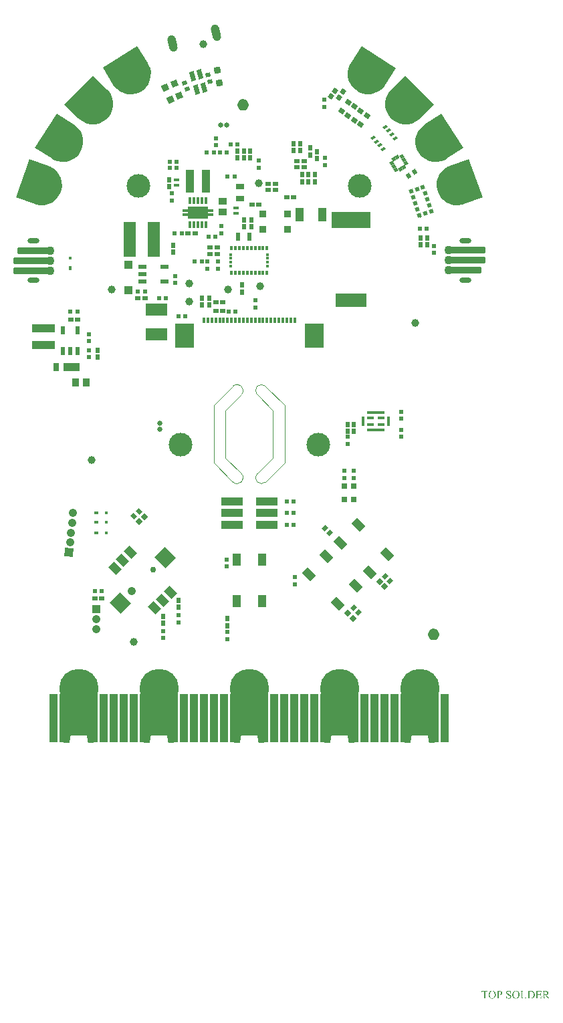
<source format=gts>
G04*
G04 #@! TF.GenerationSoftware,Altium Limited,Altium Designer,18.1.9 (240)*
G04*
G04 Layer_Color=8388736*
%FSLAX44Y44*%
%MOMM*%
G71*
G01*
G75*
%ADD12C,0.1000*%
%ADD19C,0.1001*%
%ADD20R,0.5100X0.6000*%
%ADD21C,1.0000*%
G04:AMPARAMS|DCode=22|XSize=0.5mm|YSize=0.35mm|CornerRadius=0mm|HoleSize=0mm|Usage=FLASHONLY|Rotation=221.874|XOffset=0mm|YOffset=0mm|HoleType=Round|Shape=Rectangle|*
%AMROTATEDRECTD22*
4,1,4,0.0693,0.2972,0.3030,0.0366,-0.0693,-0.2972,-0.3030,-0.0366,0.0693,0.2972,0.0*
%
%ADD22ROTATEDRECTD22*%

%ADD24R,2.4000X3.0500*%
%ADD25R,0.3000X0.8000*%
G04:AMPARAMS|DCode=26|XSize=1.2mm|YSize=0.6mm|CornerRadius=0mm|HoleSize=0mm|Usage=FLASHONLY|Rotation=105.969|XOffset=0mm|YOffset=0mm|HoleType=Round|Shape=Rectangle|*
%AMROTATEDRECTD26*
4,1,4,0.4535,-0.4943,-0.1234,-0.6594,-0.4535,0.4943,0.1234,0.6594,0.4535,-0.4943,0.0*
%
%ADD26ROTATEDRECTD26*%

G04:AMPARAMS|DCode=27|XSize=0.25mm|YSize=0.08mm|CornerRadius=0mm|HoleSize=0mm|Usage=FLASHONLY|Rotation=199.000|XOffset=0mm|YOffset=0mm|HoleType=Round|Shape=Rectangle|*
%AMROTATEDRECTD27*
4,1,4,0.1052,0.0785,0.1312,0.0029,-0.1052,-0.0785,-0.1312,-0.0029,0.1052,0.0785,0.0*
%
%ADD27ROTATEDRECTD27*%

%ADD28P,0.7071X4X244.0*%
%ADD29R,0.7000X0.4000*%
%ADD30R,0.5500X1.0500*%
%ADD31R,0.4000X0.4800*%
%ADD32R,0.3750X0.4170*%
%ADD33R,0.8000X1.0000*%
%ADD34R,2.0000X1.1000*%
%ADD35R,0.6200X0.6500*%
%ADD36R,0.6000X0.5100*%
%ADD37R,3.0000X1.0000*%
%ADD38R,0.8890X1.0414*%
%ADD39R,0.6500X0.6200*%
G04:AMPARAMS|DCode=41|XSize=0.72mm|YSize=0.6mm|CornerRadius=0mm|HoleSize=0mm|Usage=FLASHONLY|Rotation=323.838|XOffset=0mm|YOffset=0mm|HoleType=Round|Shape=Rectangle|*
%AMROTATEDRECTD41*
4,1,4,-0.4677,-0.0298,-0.1136,0.4546,0.4677,0.0298,0.1136,-0.4546,-0.4677,-0.0298,0.0*
%
%ADD41ROTATEDRECTD41*%

%ADD42P,1.1314X4X338.0*%
%ADD43P,1.1314X4X341.0*%
%ADD44P,1.1314X4X144.5*%
%ADD45R,2.8000X1.0000*%
%ADD46R,0.8000X0.8000*%
%ADD47R,2.3000X0.3500*%
%ADD48R,0.3500X1.3000*%
%ADD49R,0.9500X0.4000*%
%ADD50R,1.5000X4.4000*%
%ADD51R,1.1176X1.7526*%
%ADD52R,4.0000X1.7000*%
%ADD53R,5.0000X2.0000*%
%ADD54R,1.0000X6.1470*%
%ADD55R,1.0000X3.0000*%
%ADD56R,0.4800X0.4000*%
%ADD57R,0.4170X0.3750*%
G04:AMPARAMS|DCode=58|XSize=0.51mm|YSize=0.6mm|CornerRadius=0mm|HoleSize=0mm|Usage=FLASHONLY|Rotation=135.000|XOffset=0mm|YOffset=0mm|HoleType=Round|Shape=Rectangle|*
%AMROTATEDRECTD58*
4,1,4,0.3925,0.0318,-0.0318,-0.3925,-0.3925,-0.0318,0.0318,0.3925,0.3925,0.0318,0.0*
%
%ADD58ROTATEDRECTD58*%

G04:AMPARAMS|DCode=59|XSize=0.51mm|YSize=0.6mm|CornerRadius=0mm|HoleSize=0mm|Usage=FLASHONLY|Rotation=45.000|XOffset=0mm|YOffset=0mm|HoleType=Round|Shape=Rectangle|*
%AMROTATEDRECTD59*
4,1,4,0.0318,-0.3925,-0.3925,0.0318,-0.0318,0.3925,0.3925,-0.0318,0.0318,-0.3925,0.0*
%
%ADD59ROTATEDRECTD59*%

G04:AMPARAMS|DCode=60|XSize=0.51mm|YSize=0.6mm|CornerRadius=0mm|HoleSize=0mm|Usage=FLASHONLY|Rotation=110.000|XOffset=0mm|YOffset=0mm|HoleType=Round|Shape=Rectangle|*
%AMROTATEDRECTD60*
4,1,4,0.3691,-0.1370,-0.1947,-0.3422,-0.3691,0.1370,0.1947,0.3422,0.3691,-0.1370,0.0*
%
%ADD60ROTATEDRECTD60*%

G04:AMPARAMS|DCode=61|XSize=0.51mm|YSize=0.6mm|CornerRadius=0mm|HoleSize=0mm|Usage=FLASHONLY|Rotation=102.500|XOffset=0mm|YOffset=0mm|HoleType=Round|Shape=Rectangle|*
%AMROTATEDRECTD61*
4,1,4,0.3481,-0.1840,-0.2377,-0.3139,-0.3481,0.1840,0.2377,0.3139,0.3481,-0.1840,0.0*
%
%ADD61ROTATEDRECTD61*%

G04:AMPARAMS|DCode=62|XSize=0.51mm|YSize=0.6mm|CornerRadius=0mm|HoleSize=0mm|Usage=FLASHONLY|Rotation=212.703|XOffset=0mm|YOffset=0mm|HoleType=Round|Shape=Rectangle|*
%AMROTATEDRECTD62*
4,1,4,0.0525,0.3902,0.3767,-0.1147,-0.0525,-0.3902,-0.3767,0.1147,0.0525,0.3902,0.0*
%
%ADD62ROTATEDRECTD62*%

G04:AMPARAMS|DCode=63|XSize=0.65mm|YSize=0.62mm|CornerRadius=0mm|HoleSize=0mm|Usage=FLASHONLY|Rotation=135.000|XOffset=0mm|YOffset=0mm|HoleType=Round|Shape=Rectangle|*
%AMROTATEDRECTD63*
4,1,4,0.4490,-0.0106,0.0106,-0.4490,-0.4490,0.0106,-0.0106,0.4490,0.4490,-0.0106,0.0*
%
%ADD63ROTATEDRECTD63*%

G04:AMPARAMS|DCode=64|XSize=0.65mm|YSize=0.62mm|CornerRadius=0mm|HoleSize=0mm|Usage=FLASHONLY|Rotation=225.000|XOffset=0mm|YOffset=0mm|HoleType=Round|Shape=Rectangle|*
%AMROTATEDRECTD64*
4,1,4,0.0106,0.4490,0.4490,0.0106,-0.0106,-0.4490,-0.4490,-0.0106,0.0106,0.4490,0.0*
%
%ADD64ROTATEDRECTD64*%

G04:AMPARAMS|DCode=65|XSize=0.65mm|YSize=0.62mm|CornerRadius=0mm|HoleSize=0mm|Usage=FLASHONLY|Rotation=233.000|XOffset=0mm|YOffset=0mm|HoleType=Round|Shape=Rectangle|*
%AMROTATEDRECTD65*
4,1,4,-0.0520,0.4461,0.4432,0.0730,0.0520,-0.4461,-0.4432,-0.0730,-0.0520,0.4461,0.0*
%
%ADD65ROTATEDRECTD65*%

%ADD66R,0.6000X1.1000*%
%ADD67R,0.9000X0.9500*%
%ADD68R,1.0414X0.8890*%
%ADD69R,1.0000X0.6500*%
%ADD70R,2.7940X1.5240*%
%ADD71R,1.1000X1.1000*%
%ADD72R,1.1000X0.6000*%
%ADD73R,0.3000X0.8750*%
%ADD75R,0.8750X0.3000*%
%ADD76R,0.3000X0.5250*%
%ADD77R,0.4250X0.3000*%
G04:AMPARAMS|DCode=78|XSize=1.35mm|YSize=1mm|CornerRadius=0mm|HoleSize=0mm|Usage=FLASHONLY|Rotation=315.000|XOffset=0mm|YOffset=0mm|HoleType=Round|Shape=Rectangle|*
%AMROTATEDRECTD78*
4,1,4,-0.8309,0.1237,-0.1237,0.8309,0.8309,-0.1237,0.1237,-0.8309,-0.8309,0.1237,0.0*
%
%ADD78ROTATEDRECTD78*%

G04:AMPARAMS|DCode=79|XSize=2mm|YSize=1.8mm|CornerRadius=0mm|HoleSize=0mm|Usage=FLASHONLY|Rotation=315.000|XOffset=0mm|YOffset=0mm|HoleType=Round|Shape=Rectangle|*
%AMROTATEDRECTD79*
4,1,4,-1.3435,0.0707,-0.0707,1.3435,1.3435,-0.0707,0.0707,-1.3435,-1.3435,0.0707,0.0*
%
%ADD79ROTATEDRECTD79*%

G04:AMPARAMS|DCode=80|XSize=1.55mm|YSize=1mm|CornerRadius=0mm|HoleSize=0mm|Usage=FLASHONLY|Rotation=135.000|XOffset=0mm|YOffset=0mm|HoleType=Round|Shape=Rectangle|*
%AMROTATEDRECTD80*
4,1,4,0.9016,-0.1945,0.1945,-0.9016,-0.9016,0.1945,-0.1945,0.9016,0.9016,-0.1945,0.0*
%
%ADD80ROTATEDRECTD80*%

%ADD81R,1.0000X1.5500*%
G04:AMPARAMS|DCode=82|XSize=0.45mm|YSize=0.475mm|CornerRadius=0mm|HoleSize=0mm|Usage=FLASHONLY|Rotation=303.000|XOffset=0mm|YOffset=0mm|HoleType=Round|Shape=Rectangle|*
%AMROTATEDRECTD82*
4,1,4,-0.3217,0.0594,0.0766,0.3181,0.3217,-0.0594,-0.0766,-0.3181,-0.3217,0.0594,0.0*
%
%ADD82ROTATEDRECTD82*%

G04:AMPARAMS|DCode=83|XSize=0.475mm|YSize=0.45mm|CornerRadius=0mm|HoleSize=0mm|Usage=FLASHONLY|Rotation=303.000|XOffset=0mm|YOffset=0mm|HoleType=Round|Shape=Rectangle|*
%AMROTATEDRECTD83*
4,1,4,-0.3181,0.0766,0.0594,0.3217,0.3181,-0.0766,-0.0594,-0.3217,-0.3181,0.0766,0.0*
%
%ADD83ROTATEDRECTD83*%

%ADD84R,2.6000X1.5000*%
G04:AMPARAMS|DCode=85|XSize=0.9mm|YSize=4.55mm|CornerRadius=0.1755mm|HoleSize=0mm|Usage=FLASHONLY|Rotation=90.000|XOffset=0mm|YOffset=0mm|HoleType=Round|Shape=RoundedRectangle|*
%AMROUNDEDRECTD85*
21,1,0.9000,4.1990,0,0,90.0*
21,1,0.5490,4.5500,0,0,90.0*
1,1,0.3510,2.0995,0.2745*
1,1,0.3510,2.0995,-0.2745*
1,1,0.3510,-2.0995,-0.2745*
1,1,0.3510,-2.0995,0.2745*
%
%ADD85ROUNDEDRECTD85*%
G04:AMPARAMS|DCode=86|XSize=0.9mm|YSize=5.05mm|CornerRadius=0.1755mm|HoleSize=0mm|Usage=FLASHONLY|Rotation=90.000|XOffset=0mm|YOffset=0mm|HoleType=Round|Shape=RoundedRectangle|*
%AMROUNDEDRECTD86*
21,1,0.9000,4.6990,0,0,90.0*
21,1,0.5490,5.0500,0,0,90.0*
1,1,0.3510,2.3495,0.2745*
1,1,0.3510,2.3495,-0.2745*
1,1,0.3510,-2.3495,-0.2745*
1,1,0.3510,-2.3495,0.2745*
%
%ADD86ROUNDEDRECTD86*%
%ADD87P,1.5132X4X129.0*%
%ADD88C,1.0700*%
%ADD89C,1.5000*%
G04:AMPARAMS|DCode=90|XSize=1.05mm|YSize=2.15mm|CornerRadius=0mm|HoleSize=0mm|Usage=FLASHONLY|Rotation=13.909|XOffset=0mm|YOffset=0mm|HoleType=Round|Shape=Round|*
%AMOVALD90*
21,1,1.1000,1.0500,0.0000,0.0000,103.9*
1,1,1.0500,0.1322,-0.5339*
1,1,1.0500,-0.1322,0.5339*
%
%ADD90OVALD90*%

%ADD91C,5.0000*%
%ADD92R,1.0700X1.0700*%
%ADD93C,3.0000*%
G04:AMPARAMS|DCode=94|XSize=0.7mm|YSize=1.5mm|CornerRadius=0.35mm|HoleSize=0mm|Usage=FLASHONLY|Rotation=90.000|XOffset=0mm|YOffset=0mm|HoleType=Round|Shape=RoundedRectangle|*
%AMROUNDEDRECTD94*
21,1,0.7000,0.8000,0,0,90.0*
21,1,0.0000,1.5000,0,0,90.0*
1,1,0.7000,0.4000,0.0000*
1,1,0.7000,0.4000,0.0000*
1,1,0.7000,-0.4000,0.0000*
1,1,0.7000,-0.4000,0.0000*
%
%ADD94ROUNDEDRECTD94*%
%ADD95C,1.1000*%
%ADD96C,0.6500*%
%ADD97C,0.7500*%
%ADD98C,1.0500*%
G36*
X185701Y243567D02*
X172161Y222314D01*
X170798Y220175D01*
X167291Y216511D01*
X163136Y213601D01*
X158493Y211558D01*
X153541Y210461D01*
X148470Y210350D01*
X143475Y211231D01*
X138747Y213069D01*
X134469Y215795D01*
X130805Y219302D01*
X127896Y223457D01*
X125853Y228100D01*
X124755Y233052D01*
X124644Y238123D01*
X125525Y243118D01*
X127364Y247846D01*
X128726Y249985D01*
X142266Y271238D01*
X185701Y243567D01*
D02*
G37*
G36*
X-128606Y249795D02*
X-127262Y247644D01*
X-125465Y242901D01*
X-124628Y237898D01*
X-124783Y232828D01*
X-125924Y227885D01*
X-128007Y223261D01*
X-130953Y219131D01*
X-134647Y215656D01*
X-138949Y212968D01*
X-143692Y211171D01*
X-148695Y210334D01*
X-153765Y210489D01*
X-158707Y211630D01*
X-163332Y213713D01*
X-167461Y216658D01*
X-170937Y220353D01*
X-172281Y222504D01*
X-172281Y222504D01*
X-185635Y243874D01*
X-141960Y271165D01*
X-128606Y249795D01*
D02*
G37*
G36*
X-5250Y203477D02*
X-3628Y202541D01*
X-2304Y201217D01*
X-1368Y199595D01*
X-883Y197786D01*
Y195914D01*
X-1368Y194105D01*
X-2304Y192483D01*
X-2966Y191821D01*
X-3628Y191159D01*
X-5250Y190223D01*
X-7059Y189738D01*
X-8931D01*
X-10740Y190223D01*
X-12362Y191159D01*
X-13686Y192483D01*
X-14622Y194105D01*
X-15107Y195914D01*
Y197786D01*
X-14622Y199595D01*
X-13686Y201217D01*
X-13024Y201879D01*
X-12362Y202541D01*
X-10740Y203477D01*
X-8931Y203962D01*
X-7059D01*
X-5250Y203477D01*
D02*
G37*
G36*
X234016Y197601D02*
X216197Y179781D01*
X214404Y177988D01*
X210187Y175170D01*
X205501Y173229D01*
X200526Y172239D01*
X195453D01*
X190478Y173229D01*
X185792Y175170D01*
X181575Y177988D01*
X177988Y181575D01*
X175170Y185792D01*
X173229Y190478D01*
X172239Y195453D01*
Y200526D01*
X173229Y205501D01*
X175170Y210187D01*
X177988Y214404D01*
X179781Y216197D01*
X179781D01*
X197601Y234017D01*
X234016Y197601D01*
D02*
G37*
G36*
X-179781Y216197D02*
X-177988Y214404D01*
X-175170Y210187D01*
X-173229Y205501D01*
X-172239Y200526D01*
Y195453D01*
X-173229Y190478D01*
X-175170Y185792D01*
X-177988Y181575D01*
X-181575Y177988D01*
X-185792Y175170D01*
X-190478Y173229D01*
X-195453Y172239D01*
X-200526D01*
X-205501Y173229D01*
X-210187Y175170D01*
X-214404Y177988D01*
X-216197Y179781D01*
X-216197Y179781D01*
X-234017Y197601D01*
X-197601Y234016D01*
X-179781Y216197D01*
D02*
G37*
G36*
X271238Y142266D02*
X249985Y128726D01*
X247846Y127364D01*
X243118Y125525D01*
X238123Y124644D01*
X233052Y124755D01*
X228100Y125853D01*
X223457Y127896D01*
X219302Y130805D01*
X215795Y134469D01*
X213069Y138747D01*
X211231Y143475D01*
X210350Y148470D01*
X210461Y153541D01*
X211558Y158493D01*
X213601Y163136D01*
X216511Y167291D01*
X220175Y170798D01*
X222314Y172161D01*
X222314Y172161D01*
X243567Y185701D01*
X271238Y142266D01*
D02*
G37*
G36*
X-222314Y172161D02*
X-220175Y170798D01*
X-216511Y167291D01*
X-213601Y163136D01*
X-211558Y158493D01*
X-210461Y153541D01*
X-210350Y148470D01*
X-211231Y143475D01*
X-213069Y138747D01*
X-215795Y134469D01*
X-219302Y130805D01*
X-223457Y127896D01*
X-228100Y125853D01*
X-233052Y124755D01*
X-238123Y124644D01*
X-243118Y125525D01*
X-247846Y127364D01*
X-249985Y128726D01*
X-249985D01*
X-271238Y142266D01*
X-243567Y185701D01*
X-222314Y172161D01*
D02*
G37*
G36*
X295601Y80187D02*
X271920Y71568D01*
X269537Y70701D01*
X264524Y69929D01*
X259457Y70151D01*
X254529Y71356D01*
X249932Y73500D01*
X245842Y76499D01*
X242415Y80239D01*
X239784Y84575D01*
X238049Y89342D01*
X237277Y94355D01*
X237499Y99422D01*
X238704Y104349D01*
X240848Y108946D01*
X243847Y113037D01*
X247587Y116464D01*
X251923Y119095D01*
X254306Y119963D01*
Y119963D01*
X277987Y128581D01*
X295601Y80187D01*
D02*
G37*
G36*
X-254306Y119963D02*
X-251923Y119095D01*
X-247587Y116464D01*
X-243847Y113037D01*
X-240848Y108946D01*
X-238704Y104349D01*
X-237499Y99422D01*
X-237277Y94355D01*
X-238049Y89342D01*
X-239784Y84575D01*
X-242415Y80239D01*
X-245842Y76499D01*
X-249932Y73500D01*
X-254529Y71356D01*
X-259457Y70151D01*
X-264524Y69929D01*
X-269537Y70701D01*
X-271920Y71568D01*
X-295601Y80187D01*
X-277987Y128581D01*
X-254306Y119963D01*
D02*
G37*
G36*
X236050Y-467083D02*
X237672Y-468019D01*
X238996Y-469343D01*
X239932Y-470965D01*
X240417Y-472774D01*
Y-474646D01*
X239932Y-476455D01*
X238996Y-478077D01*
X238334Y-478739D01*
X237672Y-479401D01*
X236050Y-480337D01*
X234241Y-480822D01*
X232369D01*
X230560Y-480337D01*
X228938Y-479401D01*
X227614Y-478077D01*
X226678Y-476455D01*
X226193Y-474646D01*
Y-472774D01*
X226678Y-470965D01*
X227614Y-469343D01*
X228276Y-468681D01*
X228938Y-468019D01*
X230560Y-467083D01*
X232369Y-466598D01*
X234241D01*
X236050Y-467083D01*
D02*
G37*
G36*
X-196700Y-610735D02*
X-203750D01*
X-204314Y-608195D01*
X-205750Y-601735D01*
X-225750D01*
X-226339Y-604385D01*
X-227750Y-610735D01*
X-234800D01*
Y-562475D01*
X-196700D01*
Y-610735D01*
D02*
G37*
G36*
X235100Y-610845D02*
X228050D01*
X227486Y-608305D01*
X226050Y-601845D01*
X206050D01*
X205461Y-604495D01*
X204050Y-610845D01*
X197000D01*
Y-562585D01*
X235100D01*
Y-610845D01*
D02*
G37*
G36*
X133500D02*
X126450D01*
X125886Y-608305D01*
X124450Y-601845D01*
X104450D01*
X103861Y-604495D01*
X102450Y-610845D01*
X95400D01*
Y-562585D01*
X133500D01*
Y-610845D01*
D02*
G37*
G36*
X19200D02*
X12150D01*
X11586Y-608305D01*
X10150Y-601845D01*
X-9850D01*
X-10439Y-604495D01*
X-11850Y-610845D01*
X-18900D01*
Y-562585D01*
X19200D01*
Y-610845D01*
D02*
G37*
G36*
X-95100D02*
X-102150D01*
X-102714Y-608305D01*
X-104150Y-601845D01*
X-124150D01*
X-124739Y-604495D01*
X-126150Y-610845D01*
X-133200D01*
Y-562585D01*
X-95100D01*
Y-610845D01*
D02*
G37*
G36*
X331051Y-928177D02*
X330785D01*
Y-928162D01*
Y-928132D01*
X330770Y-928088D01*
X330755Y-928014D01*
X330726Y-927851D01*
X330681Y-927629D01*
X330622Y-927392D01*
X330533Y-927140D01*
X330444Y-926889D01*
X330326Y-926666D01*
X330311Y-926637D01*
X330267Y-926578D01*
X330193Y-926474D01*
X330089Y-926341D01*
X329956Y-926207D01*
X329793Y-926059D01*
X329615Y-925911D01*
X329393Y-925778D01*
X329363Y-925763D01*
X329289Y-925719D01*
X329171Y-925674D01*
X329008Y-925600D01*
X328815Y-925541D01*
X328608Y-925497D01*
X328371Y-925452D01*
X328134Y-925437D01*
X328016D01*
X327883Y-925467D01*
X327705Y-925497D01*
X327512Y-925556D01*
X327305Y-925630D01*
X327113Y-925748D01*
X326920Y-925896D01*
X326905Y-925911D01*
X326846Y-925970D01*
X326772Y-926074D01*
X326683Y-926192D01*
X326594Y-926341D01*
X326520Y-926518D01*
X326461Y-926711D01*
X326446Y-926918D01*
Y-926933D01*
Y-926992D01*
X326461Y-927066D01*
X326491Y-927185D01*
X326520Y-927303D01*
X326565Y-927436D01*
X326639Y-927570D01*
X326742Y-927718D01*
X326772Y-927747D01*
X326802Y-927777D01*
X326831Y-927807D01*
X326890Y-927866D01*
X326964Y-927925D01*
X327068Y-927999D01*
X327172Y-928088D01*
X327305Y-928177D01*
X327453Y-928295D01*
X327616Y-928399D01*
X327808Y-928532D01*
X328031Y-928665D01*
X328268Y-928814D01*
X328534Y-928962D01*
X328830Y-929125D01*
X328845Y-929139D01*
X328890Y-929154D01*
X328964Y-929199D01*
X329052Y-929243D01*
X329156Y-929302D01*
X329275Y-929376D01*
X329556Y-929539D01*
X329867Y-929717D01*
X330163Y-929895D01*
X330430Y-930072D01*
X330548Y-930161D01*
X330652Y-930235D01*
X330681Y-930250D01*
X330741Y-930309D01*
X330829Y-930383D01*
X330933Y-930487D01*
X331066Y-930620D01*
X331185Y-930783D01*
X331318Y-930946D01*
X331422Y-931138D01*
X331437Y-931168D01*
X331466Y-931227D01*
X331511Y-931331D01*
X331555Y-931464D01*
X331599Y-931627D01*
X331644Y-931820D01*
X331674Y-932027D01*
X331688Y-932234D01*
Y-932249D01*
Y-932279D01*
Y-932338D01*
X331674Y-932412D01*
X331659Y-932516D01*
X331644Y-932619D01*
X331585Y-932871D01*
X331481Y-933167D01*
X331422Y-933315D01*
X331333Y-933478D01*
X331229Y-933641D01*
X331126Y-933789D01*
X330992Y-933952D01*
X330844Y-934100D01*
X330829Y-934115D01*
X330800Y-934130D01*
X330755Y-934174D01*
X330696Y-934219D01*
X330607Y-934278D01*
X330504Y-934352D01*
X330385Y-934426D01*
X330252Y-934485D01*
X330104Y-934559D01*
X329941Y-934633D01*
X329571Y-934766D01*
X329141Y-934855D01*
X328919Y-934870D01*
X328667Y-934885D01*
X328519D01*
X328416Y-934870D01*
X328297D01*
X328164Y-934855D01*
X327883Y-934811D01*
X327868D01*
X327838Y-934796D01*
X327779D01*
X327690Y-934766D01*
X327572Y-934737D01*
X327409Y-934692D01*
X327216Y-934633D01*
X326979Y-934559D01*
X326950Y-934544D01*
X326876Y-934529D01*
X326757Y-934485D01*
X326624Y-934441D01*
X326476Y-934411D01*
X326328Y-934367D01*
X326209Y-934352D01*
X326120Y-934337D01*
X326091D01*
X326017Y-934352D01*
X325928Y-934381D01*
X325839Y-934455D01*
X325824Y-934470D01*
X325809Y-934500D01*
X325780Y-934544D01*
X325765Y-934604D01*
X325735Y-934678D01*
X325706Y-934766D01*
X325691Y-934885D01*
X325424D01*
Y-931612D01*
X325691D01*
Y-931627D01*
X325706Y-931657D01*
Y-931716D01*
X325721Y-931775D01*
X325735Y-931864D01*
X325765Y-931968D01*
X325824Y-932190D01*
X325883Y-932442D01*
X325972Y-932708D01*
X326076Y-932945D01*
X326180Y-933167D01*
X326194Y-933182D01*
X326239Y-933256D01*
X326313Y-933345D01*
X326417Y-933463D01*
X326550Y-933597D01*
X326713Y-933730D01*
X326905Y-933878D01*
X327127Y-934011D01*
X327142D01*
X327157Y-934026D01*
X327246Y-934056D01*
X327364Y-934115D01*
X327542Y-934174D01*
X327749Y-934233D01*
X327986Y-934293D01*
X328238Y-934322D01*
X328519Y-934337D01*
X328608D01*
X328667Y-934322D01*
X328830Y-934307D01*
X329023Y-934278D01*
X329245Y-934219D01*
X329482Y-934145D01*
X329704Y-934026D01*
X329911Y-933878D01*
X329941Y-933863D01*
X330000Y-933789D01*
X330074Y-933700D01*
X330178Y-933567D01*
X330267Y-933404D01*
X330355Y-933212D01*
X330415Y-933004D01*
X330430Y-932767D01*
Y-932753D01*
Y-932708D01*
X330415Y-932634D01*
X330400Y-932545D01*
X330385Y-932442D01*
X330341Y-932323D01*
X330296Y-932190D01*
X330222Y-932057D01*
X330207Y-932042D01*
X330193Y-931997D01*
X330133Y-931923D01*
X330074Y-931834D01*
X330000Y-931731D01*
X329897Y-931627D01*
X329778Y-931509D01*
X329630Y-931390D01*
X329615Y-931375D01*
X329571Y-931346D01*
X329482Y-931286D01*
X329334Y-931198D01*
X329245Y-931138D01*
X329141Y-931064D01*
X329008Y-930990D01*
X328875Y-930916D01*
X328712Y-930827D01*
X328534Y-930724D01*
X328342Y-930605D01*
X328120Y-930487D01*
X328105Y-930472D01*
X328060Y-930457D01*
X328001Y-930428D01*
X327927Y-930368D01*
X327823Y-930309D01*
X327705Y-930250D01*
X327438Y-930087D01*
X327157Y-929924D01*
X326861Y-929732D01*
X326594Y-929554D01*
X326476Y-929465D01*
X326372Y-929391D01*
X326343Y-929376D01*
X326283Y-929317D01*
X326194Y-929228D01*
X326076Y-929125D01*
X325957Y-928991D01*
X325824Y-928828D01*
X325691Y-928665D01*
X325587Y-928488D01*
X325573Y-928458D01*
X325543Y-928399D01*
X325499Y-928295D01*
X325454Y-928162D01*
X325410Y-928014D01*
X325365Y-927821D01*
X325336Y-927629D01*
X325321Y-927407D01*
Y-927392D01*
Y-927362D01*
Y-927303D01*
X325336Y-927229D01*
X325350Y-927140D01*
X325365Y-927037D01*
X325424Y-926800D01*
X325513Y-926518D01*
X325647Y-926222D01*
X325735Y-926074D01*
X325854Y-925911D01*
X325972Y-925778D01*
X326106Y-925630D01*
X326120Y-925615D01*
X326135Y-925600D01*
X326180Y-925556D01*
X326254Y-925511D01*
X326328Y-925452D01*
X326417Y-925393D01*
X326535Y-925319D01*
X326654Y-925245D01*
X326950Y-925111D01*
X327290Y-924993D01*
X327675Y-924904D01*
X327897Y-924889D01*
X328120Y-924875D01*
X328253D01*
X328401Y-924889D01*
X328608Y-924919D01*
X328845Y-924963D01*
X329127Y-925038D01*
X329423Y-925126D01*
X329734Y-925260D01*
X329748D01*
X329793Y-925289D01*
X329867Y-925304D01*
X329956Y-925334D01*
X330133Y-925393D01*
X330222Y-925408D01*
X330296Y-925423D01*
X330326D01*
X330400Y-925408D01*
X330504Y-925378D01*
X330592Y-925319D01*
X330607Y-925304D01*
X330637Y-925274D01*
X330667Y-925230D01*
X330696Y-925171D01*
X330726Y-925082D01*
X330755Y-924993D01*
X330785Y-924875D01*
X331051D01*
Y-928177D01*
D02*
G37*
G36*
X369908Y-927199D02*
X369627D01*
Y-927185D01*
Y-927170D01*
X369597Y-927081D01*
X369568Y-926948D01*
X369523Y-926785D01*
X369479Y-926607D01*
X369420Y-926444D01*
X369346Y-926281D01*
X369286Y-926163D01*
X369272Y-926148D01*
X369257Y-926118D01*
X369212Y-926059D01*
X369153Y-926000D01*
X369079Y-925941D01*
X368990Y-925867D01*
X368872Y-925793D01*
X368753Y-925733D01*
X368738D01*
X368694Y-925719D01*
X368620Y-925689D01*
X368531Y-925674D01*
X368383Y-925645D01*
X368220Y-925630D01*
X368013Y-925615D01*
X365140D01*
Y-929391D01*
X367391D01*
X367524Y-929376D01*
X367702Y-929361D01*
X367879Y-929332D01*
X368057Y-929287D01*
X368220Y-929228D01*
X368339Y-929154D01*
X368353Y-929139D01*
X368398Y-929095D01*
X368457Y-929006D01*
X368531Y-928888D01*
X368605Y-928725D01*
X368664Y-928532D01*
X368724Y-928280D01*
X368753Y-927999D01*
X369020D01*
Y-931331D01*
X368753D01*
Y-931316D01*
Y-931301D01*
X368738Y-931212D01*
X368709Y-931094D01*
X368694Y-930961D01*
X368664Y-930813D01*
X368620Y-930665D01*
X368590Y-930531D01*
X368546Y-930443D01*
Y-930428D01*
X368516Y-930398D01*
X368457Y-930309D01*
X368398Y-930250D01*
X368324Y-930176D01*
X368235Y-930117D01*
X368131Y-930057D01*
X368116D01*
X368072Y-930028D01*
X368013Y-930013D01*
X367924Y-929983D01*
X367791Y-929954D01*
X367643Y-929939D01*
X367465Y-929909D01*
X365140D01*
Y-933078D01*
Y-933108D01*
Y-933182D01*
Y-933286D01*
Y-933419D01*
X365155Y-933552D01*
Y-933671D01*
X365170Y-933789D01*
X365184Y-933863D01*
X365199Y-933878D01*
X365229Y-933937D01*
X365288Y-934011D01*
X365377Y-934071D01*
X365392D01*
X365407Y-934085D01*
X365451Y-934100D01*
X365495D01*
X365569Y-934115D01*
X365673Y-934130D01*
X365792Y-934145D01*
X367835D01*
X368013Y-934130D01*
X368205Y-934115D01*
X368398Y-934100D01*
X368576Y-934071D01*
X368738Y-934041D01*
X368753D01*
X368798Y-934011D01*
X368872Y-933982D01*
X368960Y-933937D01*
X369079Y-933878D01*
X369198Y-933804D01*
X369316Y-933715D01*
X369449Y-933597D01*
X369464Y-933582D01*
X369523Y-933508D01*
X369612Y-933404D01*
X369731Y-933256D01*
X369864Y-933078D01*
X370012Y-932841D01*
X370175Y-932575D01*
X370353Y-932264D01*
X370634D01*
X369805Y-934663D01*
X362430D01*
Y-934396D01*
X362815D01*
X362874Y-934381D01*
X362963D01*
X363171Y-934337D01*
X363393Y-934248D01*
X363408D01*
X363437Y-934219D01*
X363526Y-934159D01*
X363630Y-934056D01*
X363674Y-933982D01*
X363704Y-933908D01*
Y-933893D01*
X363718Y-933863D01*
X363733Y-933804D01*
X363748Y-933700D01*
X363763Y-933582D01*
X363778Y-933419D01*
X363792Y-933212D01*
Y-932975D01*
Y-926755D01*
Y-926740D01*
Y-926711D01*
Y-926666D01*
Y-926607D01*
X363778Y-926459D01*
X363763Y-926281D01*
X363748Y-926089D01*
X363718Y-925911D01*
X363659Y-925748D01*
X363630Y-925689D01*
X363600Y-925645D01*
X363585Y-925630D01*
X363555Y-925600D01*
X363496Y-925556D01*
X363408Y-925497D01*
X363289Y-925452D01*
X363141Y-925408D01*
X362963Y-925378D01*
X362756Y-925363D01*
X362430D01*
Y-925097D01*
X369805D01*
X369908Y-927199D01*
D02*
G37*
G36*
X301998Y-927333D02*
X301716D01*
Y-927303D01*
X301702Y-927229D01*
X301687Y-927125D01*
X301657Y-927007D01*
X301598Y-926726D01*
X301554Y-926592D01*
X301509Y-926489D01*
X301494Y-926474D01*
X301465Y-926429D01*
X301420Y-926355D01*
X301346Y-926266D01*
X301272Y-926163D01*
X301169Y-926074D01*
X301050Y-925970D01*
X300917Y-925896D01*
X300902Y-925882D01*
X300858Y-925867D01*
X300769Y-925837D01*
X300665Y-925793D01*
X300532Y-925748D01*
X300369Y-925719D01*
X300176Y-925704D01*
X299969Y-925689D01*
X298636D01*
Y-933004D01*
Y-933019D01*
Y-933049D01*
Y-933093D01*
Y-933152D01*
X298651Y-933300D01*
X298666Y-933478D01*
X298681Y-933671D01*
X298710Y-933848D01*
X298755Y-933996D01*
X298785Y-934071D01*
X298814Y-934115D01*
X298829Y-934130D01*
X298859Y-934159D01*
X298932Y-934204D01*
X299021Y-934248D01*
X299140Y-934307D01*
X299273Y-934352D01*
X299451Y-934381D01*
X299643Y-934396D01*
X299984D01*
Y-934663D01*
X295926D01*
Y-934396D01*
X296371D01*
X296474Y-934381D01*
X296608Y-934352D01*
X296741Y-934307D01*
X296889Y-934248D01*
X297022Y-934159D01*
X297126Y-934041D01*
X297141Y-934026D01*
X297156Y-933996D01*
X297185Y-933922D01*
X297215Y-933833D01*
X297244Y-933686D01*
X297259Y-933508D01*
X297289Y-933286D01*
Y-933004D01*
Y-925689D01*
X295912D01*
X295764Y-925704D01*
X295453Y-925733D01*
X295305Y-925763D01*
X295186Y-925793D01*
X295171D01*
X295127Y-925822D01*
X295053Y-925852D01*
X294964Y-925911D01*
X294875Y-925970D01*
X294757Y-926074D01*
X294653Y-926178D01*
X294549Y-926311D01*
X294534Y-926326D01*
X294505Y-926385D01*
X294461Y-926459D01*
X294416Y-926578D01*
X294372Y-926726D01*
X294312Y-926903D01*
X294283Y-927111D01*
X294253Y-927333D01*
X293987D01*
X294090Y-925097D01*
X301894D01*
X301998Y-927333D01*
D02*
G37*
G36*
X316865Y-925111D02*
X316984D01*
X317265Y-925126D01*
X317591Y-925156D01*
X317931Y-925215D01*
X318257Y-925274D01*
X318553Y-925363D01*
X318568D01*
X318583Y-925378D01*
X318672Y-925408D01*
X318820Y-925482D01*
X318983Y-925571D01*
X319190Y-925704D01*
X319398Y-925852D01*
X319605Y-926044D01*
X319797Y-926266D01*
X319827Y-926296D01*
X319886Y-926370D01*
X319960Y-926504D01*
X320064Y-926681D01*
X320153Y-926903D01*
X320242Y-927155D01*
X320301Y-927436D01*
X320316Y-927747D01*
Y-927762D01*
Y-927792D01*
Y-927866D01*
X320301Y-927940D01*
X320286Y-928044D01*
X320271Y-928162D01*
X320212Y-928428D01*
X320123Y-928725D01*
X319990Y-929051D01*
X319901Y-929199D01*
X319797Y-929361D01*
X319664Y-929510D01*
X319531Y-929658D01*
X319516Y-929672D01*
X319501Y-929687D01*
X319457Y-929717D01*
X319383Y-929776D01*
X319309Y-929820D01*
X319220Y-929880D01*
X319101Y-929954D01*
X318968Y-930013D01*
X318820Y-930087D01*
X318657Y-930146D01*
X318479Y-930220D01*
X318287Y-930265D01*
X318080Y-930309D01*
X317857Y-930354D01*
X317606Y-930368D01*
X317354Y-930383D01*
X317132D01*
X317013Y-930368D01*
X316895D01*
X316599Y-930339D01*
X316584D01*
X316525Y-930324D01*
X316451D01*
X316347Y-930309D01*
X316214Y-930280D01*
X316080Y-930250D01*
X315755Y-930191D01*
Y-932975D01*
Y-932990D01*
Y-933019D01*
Y-933064D01*
Y-933123D01*
X315770Y-933271D01*
X315784Y-933448D01*
X315799Y-933641D01*
X315844Y-933833D01*
X315888Y-933982D01*
X315918Y-934056D01*
X315947Y-934100D01*
X315962Y-934115D01*
X315992Y-934145D01*
X316066Y-934189D01*
X316154Y-934248D01*
X316258Y-934307D01*
X316391Y-934352D01*
X316554Y-934381D01*
X316747Y-934396D01*
X317117D01*
Y-934663D01*
X313045D01*
Y-934396D01*
X313504D01*
X313608Y-934381D01*
X313726Y-934352D01*
X313874Y-934307D01*
X314007Y-934233D01*
X314141Y-934145D01*
X314259Y-934011D01*
Y-933996D01*
X314289Y-933967D01*
X314303Y-933893D01*
X314333Y-933804D01*
X314363Y-933656D01*
X314377Y-933478D01*
X314407Y-933256D01*
Y-932975D01*
Y-926785D01*
Y-926770D01*
Y-926740D01*
Y-926696D01*
Y-926637D01*
X314392Y-926489D01*
X314377Y-926311D01*
X314363Y-926118D01*
X314333Y-925941D01*
X314274Y-925778D01*
X314244Y-925719D01*
X314215Y-925674D01*
X314200Y-925659D01*
X314170Y-925630D01*
X314096Y-925571D01*
X314007Y-925511D01*
X313889Y-925467D01*
X313756Y-925408D01*
X313593Y-925378D01*
X313400Y-925363D01*
X313045D01*
Y-925097D01*
X316747D01*
X316865Y-925111D01*
D02*
G37*
G36*
X375210D02*
X375373D01*
X375535Y-925126D01*
X375906Y-925156D01*
X376276Y-925200D01*
X376616Y-925260D01*
X376779Y-925289D01*
X376927Y-925334D01*
X376942D01*
X376957Y-925348D01*
X377046Y-925378D01*
X377179Y-925437D01*
X377357Y-925511D01*
X377549Y-925630D01*
X377757Y-925763D01*
X377964Y-925941D01*
X378156Y-926148D01*
X378171Y-926178D01*
X378231Y-926252D01*
X378319Y-926385D01*
X378408Y-926548D01*
X378497Y-926755D01*
X378586Y-926992D01*
X378645Y-927273D01*
X378660Y-927570D01*
Y-927585D01*
Y-927614D01*
Y-927658D01*
X378645Y-927718D01*
X378630Y-927881D01*
X378586Y-928088D01*
X378527Y-928325D01*
X378423Y-928577D01*
X378275Y-928843D01*
X378082Y-929095D01*
X378053Y-929125D01*
X377979Y-929199D01*
X377831Y-929317D01*
X377638Y-929450D01*
X377401Y-929598D01*
X377090Y-929761D01*
X376720Y-929895D01*
X376305Y-930013D01*
X378290Y-932753D01*
X378304Y-932767D01*
X378319Y-932797D01*
X378349Y-932841D01*
X378408Y-932901D01*
X378527Y-933064D01*
X378689Y-933271D01*
X378867Y-933478D01*
X379060Y-933686D01*
X379252Y-933863D01*
X379356Y-933952D01*
X379445Y-934011D01*
X379474Y-934026D01*
X379534Y-934056D01*
X379637Y-934115D01*
X379785Y-934174D01*
X379978Y-934248D01*
X380185Y-934307D01*
X380437Y-934352D01*
X380718Y-934396D01*
Y-934663D01*
X378156D01*
X374913Y-930191D01*
X374706D01*
X374514Y-930206D01*
X374010D01*
X373936Y-930191D01*
Y-932975D01*
Y-932990D01*
Y-933019D01*
Y-933064D01*
Y-933123D01*
X373951Y-933271D01*
X373966Y-933448D01*
X373980Y-933641D01*
X374025Y-933833D01*
X374069Y-933982D01*
X374099Y-934056D01*
X374129Y-934100D01*
X374143Y-934115D01*
X374173Y-934145D01*
X374247Y-934189D01*
X374336Y-934248D01*
X374440Y-934307D01*
X374573Y-934352D01*
X374736Y-934381D01*
X374928Y-934396D01*
X375298D01*
Y-934663D01*
X371226D01*
Y-934396D01*
X371685D01*
X371789Y-934381D01*
X371907Y-934352D01*
X372055Y-934307D01*
X372189Y-934233D01*
X372322Y-934145D01*
X372440Y-934011D01*
Y-933996D01*
X372470Y-933967D01*
X372485Y-933893D01*
X372514Y-933804D01*
X372544Y-933656D01*
X372559Y-933478D01*
X372589Y-933256D01*
Y-932975D01*
Y-926785D01*
Y-926770D01*
Y-926740D01*
Y-926696D01*
Y-926637D01*
X372574Y-926489D01*
X372559Y-926311D01*
X372544Y-926118D01*
X372500Y-925941D01*
X372455Y-925778D01*
X372411Y-925719D01*
X372381Y-925674D01*
X372366Y-925659D01*
X372337Y-925630D01*
X372263Y-925571D01*
X372189Y-925511D01*
X372070Y-925467D01*
X371937Y-925408D01*
X371774Y-925378D01*
X371582Y-925363D01*
X371226D01*
Y-925097D01*
X375061D01*
X375210Y-925111D01*
D02*
G37*
G36*
X356388D02*
X356596Y-925126D01*
X356818Y-925141D01*
X357055Y-925156D01*
X357588Y-925215D01*
X358121Y-925304D01*
X358639Y-925423D01*
X358876Y-925497D01*
X359098Y-925585D01*
X359113D01*
X359143Y-925615D01*
X359202Y-925645D01*
X359291Y-925674D01*
X359380Y-925733D01*
X359498Y-925793D01*
X359750Y-925970D01*
X360031Y-926192D01*
X360342Y-926474D01*
X360638Y-926814D01*
X360772Y-927007D01*
X360905Y-927214D01*
X360920Y-927229D01*
X360934Y-927259D01*
X360964Y-927333D01*
X361008Y-927422D01*
X361068Y-927525D01*
X361127Y-927658D01*
X361186Y-927807D01*
X361245Y-927970D01*
X361305Y-928147D01*
X361364Y-928354D01*
X361423Y-928577D01*
X361482Y-928799D01*
X361556Y-929302D01*
X361586Y-929569D01*
Y-929835D01*
Y-929865D01*
Y-929924D01*
X361571Y-930028D01*
Y-930161D01*
X361556Y-930339D01*
X361527Y-930531D01*
X361482Y-930753D01*
X361438Y-931005D01*
X361364Y-931257D01*
X361290Y-931524D01*
X361186Y-931805D01*
X361068Y-932086D01*
X360934Y-932367D01*
X360772Y-932634D01*
X360579Y-932915D01*
X360372Y-933167D01*
X360357Y-933182D01*
X360312Y-933226D01*
X360224Y-933300D01*
X360120Y-933404D01*
X359972Y-933508D01*
X359794Y-933641D01*
X359587Y-933774D01*
X359350Y-933908D01*
X359069Y-934056D01*
X358758Y-934189D01*
X358417Y-934322D01*
X358047Y-934426D01*
X357647Y-934529D01*
X357203Y-934604D01*
X356729Y-934648D01*
X356226Y-934663D01*
X351976D01*
Y-934396D01*
X352435D01*
X352538Y-934381D01*
X352657Y-934352D01*
X352805Y-934307D01*
X352938Y-934233D01*
X353071Y-934145D01*
X353175Y-934011D01*
X353190Y-933996D01*
X353205Y-933967D01*
X353234Y-933893D01*
X353264Y-933804D01*
X353293Y-933656D01*
X353308Y-933478D01*
X353338Y-933256D01*
Y-932975D01*
Y-926785D01*
Y-926770D01*
Y-926740D01*
Y-926696D01*
Y-926637D01*
X353323Y-926489D01*
X353308Y-926311D01*
X353293Y-926118D01*
X353249Y-925941D01*
X353205Y-925778D01*
X353160Y-925719D01*
X353131Y-925674D01*
X353116Y-925659D01*
X353086Y-925630D01*
X353012Y-925571D01*
X352938Y-925511D01*
X352820Y-925467D01*
X352686Y-925408D01*
X352523Y-925378D01*
X352331Y-925363D01*
X351976D01*
Y-925097D01*
X356211D01*
X356388Y-925111D01*
D02*
G37*
G36*
X347489Y-925363D02*
X347222D01*
X347059Y-925378D01*
X346704Y-925423D01*
X346541Y-925467D01*
X346408Y-925511D01*
X346393D01*
X346363Y-925541D01*
X346304Y-925571D01*
X346245Y-925615D01*
X346111Y-925733D01*
X346052Y-925807D01*
X345993Y-925882D01*
Y-925896D01*
X345978Y-925926D01*
X345963Y-926000D01*
X345949Y-926089D01*
X345919Y-926237D01*
X345904Y-926415D01*
X345889Y-926652D01*
Y-926933D01*
Y-932960D01*
Y-932990D01*
Y-933049D01*
Y-933152D01*
X345904Y-933286D01*
X345934Y-933552D01*
X345963Y-933671D01*
X345993Y-933774D01*
X346008Y-933804D01*
X346067Y-933863D01*
X346141Y-933937D01*
X346260Y-933996D01*
X346274D01*
X346304Y-934011D01*
X346363D01*
X346467Y-934026D01*
X346600Y-934041D01*
X346793D01*
X346911Y-934056D01*
X348318D01*
X348422Y-934041D01*
X348658D01*
X348910Y-934026D01*
X349162Y-933996D01*
X349399Y-933952D01*
X349503Y-933937D01*
X349591Y-933908D01*
X349606Y-933893D01*
X349665Y-933878D01*
X349754Y-933833D01*
X349858Y-933774D01*
X349991Y-933700D01*
X350125Y-933597D01*
X350258Y-933478D01*
X350406Y-933330D01*
X350421Y-933315D01*
X350465Y-933256D01*
X350539Y-933152D01*
X350643Y-933004D01*
X350746Y-932827D01*
X350880Y-932605D01*
X351013Y-932323D01*
X351146Y-932012D01*
X351383Y-932071D01*
X350569Y-934663D01*
X343180D01*
Y-934396D01*
X343638D01*
X343742Y-934381D01*
X343861Y-934352D01*
X344009Y-934307D01*
X344142Y-934233D01*
X344275Y-934145D01*
X344394Y-934011D01*
Y-933996D01*
X344423Y-933967D01*
X344438Y-933893D01*
X344468Y-933804D01*
X344497Y-933656D01*
X344512Y-933478D01*
X344542Y-933256D01*
Y-932975D01*
Y-926785D01*
Y-926770D01*
Y-926740D01*
Y-926696D01*
Y-926637D01*
X344527Y-926489D01*
X344512Y-926311D01*
X344497Y-926118D01*
X344453Y-925941D01*
X344408Y-925778D01*
X344364Y-925719D01*
X344334Y-925674D01*
X344320Y-925659D01*
X344290Y-925630D01*
X344216Y-925571D01*
X344142Y-925511D01*
X344024Y-925467D01*
X343890Y-925408D01*
X343727Y-925378D01*
X343535Y-925363D01*
X343180D01*
Y-925097D01*
X347489D01*
Y-925363D01*
D02*
G37*
G36*
X337908Y-924889D02*
X338041D01*
X338204Y-924919D01*
X338382Y-924949D01*
X338604Y-924993D01*
X338826Y-925052D01*
X339078Y-925126D01*
X339329Y-925215D01*
X339596Y-925334D01*
X339862Y-925467D01*
X340144Y-925630D01*
X340410Y-925822D01*
X340677Y-926044D01*
X340943Y-926296D01*
X340958Y-926311D01*
X341003Y-926355D01*
X341077Y-926444D01*
X341166Y-926548D01*
X341269Y-926696D01*
X341373Y-926859D01*
X341506Y-927051D01*
X341639Y-927273D01*
X341758Y-927510D01*
X341891Y-927792D01*
X341995Y-928073D01*
X342113Y-928384D01*
X342187Y-928725D01*
X342261Y-929080D01*
X342306Y-929450D01*
X342321Y-929835D01*
Y-929865D01*
Y-929924D01*
X342306Y-930043D01*
Y-930191D01*
X342276Y-930383D01*
X342247Y-930605D01*
X342202Y-930842D01*
X342143Y-931109D01*
X342069Y-931375D01*
X341980Y-931672D01*
X341876Y-931968D01*
X341743Y-932279D01*
X341580Y-932575D01*
X341403Y-932886D01*
X341180Y-933167D01*
X340943Y-933448D01*
X340929Y-933463D01*
X340884Y-933508D01*
X340810Y-933582D01*
X340692Y-933671D01*
X340558Y-933774D01*
X340410Y-933908D01*
X340218Y-934026D01*
X340010Y-934159D01*
X339774Y-934307D01*
X339522Y-934426D01*
X339255Y-934544D01*
X338959Y-934663D01*
X338648Y-934752D01*
X338322Y-934826D01*
X337967Y-934870D01*
X337612Y-934885D01*
X337523D01*
X337419Y-934870D01*
X337286Y-934855D01*
X337108Y-934840D01*
X336916Y-934811D01*
X336693Y-934766D01*
X336456Y-934707D01*
X336205Y-934633D01*
X335938Y-934544D01*
X335657Y-934426D01*
X335376Y-934293D01*
X335094Y-934145D01*
X334828Y-933952D01*
X334561Y-933745D01*
X334295Y-933493D01*
X334280Y-933478D01*
X334235Y-933434D01*
X334176Y-933345D01*
X334087Y-933241D01*
X333984Y-933093D01*
X333880Y-932930D01*
X333747Y-932738D01*
X333628Y-932516D01*
X333510Y-932264D01*
X333391Y-931982D01*
X333273Y-931686D01*
X333169Y-931361D01*
X333080Y-931020D01*
X333021Y-930650D01*
X332977Y-930265D01*
X332962Y-929850D01*
Y-929820D01*
Y-929746D01*
X332977Y-929628D01*
X332991Y-929465D01*
X333006Y-929273D01*
X333051Y-929051D01*
X333095Y-928799D01*
X333154Y-928532D01*
X333243Y-928236D01*
X333332Y-927940D01*
X333465Y-927629D01*
X333613Y-927318D01*
X333791Y-927007D01*
X333998Y-926711D01*
X334235Y-926415D01*
X334502Y-926133D01*
X334517Y-926118D01*
X334561Y-926074D01*
X334635Y-926015D01*
X334739Y-925941D01*
X334872Y-925837D01*
X335035Y-925733D01*
X335213Y-925615D01*
X335405Y-925497D01*
X335642Y-925393D01*
X335879Y-925274D01*
X336146Y-925171D01*
X336427Y-925067D01*
X336738Y-924993D01*
X337049Y-924934D01*
X337389Y-924889D01*
X337730Y-924875D01*
X337819D01*
X337908Y-924889D01*
D02*
G37*
G36*
X307817D02*
X307951D01*
X308114Y-924919D01*
X308291Y-924949D01*
X308514Y-924993D01*
X308736Y-925052D01*
X308987Y-925126D01*
X309239Y-925215D01*
X309506Y-925334D01*
X309772Y-925467D01*
X310054Y-925630D01*
X310320Y-925822D01*
X310587Y-926044D01*
X310853Y-926296D01*
X310868Y-926311D01*
X310912Y-926355D01*
X310986Y-926444D01*
X311075Y-926548D01*
X311179Y-926696D01*
X311283Y-926859D01*
X311416Y-927051D01*
X311549Y-927273D01*
X311668Y-927510D01*
X311801Y-927792D01*
X311905Y-928073D01*
X312023Y-928384D01*
X312097Y-928725D01*
X312171Y-929080D01*
X312215Y-929450D01*
X312230Y-929835D01*
Y-929865D01*
Y-929924D01*
X312215Y-930043D01*
Y-930191D01*
X312186Y-930383D01*
X312156Y-930605D01*
X312112Y-930842D01*
X312053Y-931109D01*
X311979Y-931375D01*
X311890Y-931672D01*
X311786Y-931968D01*
X311653Y-932279D01*
X311490Y-932575D01*
X311312Y-932886D01*
X311090Y-933167D01*
X310853Y-933448D01*
X310838Y-933463D01*
X310794Y-933508D01*
X310720Y-933582D01*
X310601Y-933671D01*
X310468Y-933774D01*
X310320Y-933908D01*
X310128Y-934026D01*
X309920Y-934159D01*
X309683Y-934307D01*
X309432Y-934426D01*
X309165Y-934544D01*
X308869Y-934663D01*
X308558Y-934752D01*
X308232Y-934826D01*
X307877Y-934870D01*
X307521Y-934885D01*
X307432D01*
X307329Y-934870D01*
X307195Y-934855D01*
X307018Y-934840D01*
X306825Y-934811D01*
X306603Y-934766D01*
X306366Y-934707D01*
X306115Y-934633D01*
X305848Y-934544D01*
X305567Y-934426D01*
X305285Y-934293D01*
X305004Y-934145D01*
X304737Y-933952D01*
X304471Y-933745D01*
X304204Y-933493D01*
X304189Y-933478D01*
X304145Y-933434D01*
X304086Y-933345D01*
X303997Y-933241D01*
X303893Y-933093D01*
X303790Y-932930D01*
X303656Y-932738D01*
X303538Y-932516D01*
X303419Y-932264D01*
X303301Y-931982D01*
X303183Y-931686D01*
X303079Y-931361D01*
X302990Y-931020D01*
X302931Y-930650D01*
X302886Y-930265D01*
X302871Y-929850D01*
Y-929820D01*
Y-929746D01*
X302886Y-929628D01*
X302901Y-929465D01*
X302916Y-929273D01*
X302960Y-929051D01*
X303005Y-928799D01*
X303064Y-928532D01*
X303153Y-928236D01*
X303242Y-927940D01*
X303375Y-927629D01*
X303523Y-927318D01*
X303701Y-927007D01*
X303908Y-926711D01*
X304145Y-926415D01*
X304412Y-926133D01*
X304426Y-926118D01*
X304471Y-926074D01*
X304545Y-926015D01*
X304648Y-925941D01*
X304782Y-925837D01*
X304945Y-925733D01*
X305122Y-925615D01*
X305315Y-925497D01*
X305552Y-925393D01*
X305789Y-925274D01*
X306055Y-925171D01*
X306337Y-925067D01*
X306648Y-924993D01*
X306959Y-924934D01*
X307299Y-924889D01*
X307640Y-924875D01*
X307729D01*
X307817Y-924889D01*
D02*
G37*
%LPC*%
G36*
X316673Y-925674D02*
X316525D01*
X316421Y-925689D01*
X316288Y-925704D01*
X316140Y-925733D01*
X315962Y-925778D01*
X315755Y-925822D01*
Y-929791D01*
X315770D01*
X315814Y-929806D01*
X315888Y-929820D01*
X315977Y-929835D01*
X316184Y-929865D01*
X316406Y-929895D01*
X316451D01*
X316510Y-929909D01*
X316584D01*
X316732Y-929924D01*
X316924D01*
X317013Y-929909D01*
X317161Y-929895D01*
X317339Y-929850D01*
X317532Y-929791D01*
X317739Y-929687D01*
X317961Y-929554D01*
X318168Y-929361D01*
X318198Y-929332D01*
X318257Y-929258D01*
X318331Y-929139D01*
X318435Y-928962D01*
X318539Y-928754D01*
X318613Y-928503D01*
X318672Y-928221D01*
X318701Y-927896D01*
Y-927866D01*
Y-927792D01*
X318687Y-927673D01*
X318672Y-927510D01*
X318642Y-927333D01*
X318583Y-927140D01*
X318524Y-926948D01*
X318435Y-926740D01*
X318420Y-926711D01*
X318391Y-926652D01*
X318331Y-926563D01*
X318257Y-926444D01*
X318154Y-926311D01*
X318035Y-926178D01*
X317887Y-926044D01*
X317724Y-925941D01*
X317709Y-925926D01*
X317650Y-925896D01*
X317547Y-925852D01*
X317428Y-925807D01*
X317265Y-925763D01*
X317087Y-925719D01*
X316895Y-925689D01*
X316673Y-925674D01*
D02*
G37*
G36*
X375017Y-925630D02*
X374854D01*
X374736Y-925645D01*
X374573Y-925659D01*
X374395Y-925689D01*
X374173Y-925719D01*
X373936Y-925763D01*
Y-929746D01*
X374084D01*
X374158Y-929761D01*
X374454D01*
X374543Y-929746D01*
X374662D01*
X374780Y-929732D01*
X375076Y-929687D01*
X375402Y-929613D01*
X375743Y-929510D01*
X376068Y-929361D01*
X376217Y-929273D01*
X376350Y-929169D01*
X376365D01*
X376379Y-929139D01*
X376454Y-929065D01*
X376572Y-928932D01*
X376705Y-928754D01*
X376824Y-928532D01*
X376942Y-928280D01*
X377016Y-927984D01*
X377046Y-927821D01*
Y-927658D01*
Y-927644D01*
Y-927614D01*
Y-927570D01*
X377031Y-927510D01*
X377016Y-927347D01*
X376972Y-927140D01*
X376912Y-926903D01*
X376809Y-926652D01*
X376676Y-926415D01*
X376483Y-926192D01*
X376454Y-926163D01*
X376379Y-926104D01*
X376261Y-926015D01*
X376098Y-925911D01*
X375891Y-925807D01*
X375639Y-925719D01*
X375343Y-925659D01*
X375017Y-925630D01*
D02*
G37*
G36*
X356122D02*
X356003D01*
X355885Y-925645D01*
X355707Y-925659D01*
X355485Y-925674D01*
X355248Y-925719D01*
X354982Y-925763D01*
X354685Y-925837D01*
Y-933967D01*
X354700D01*
X354730Y-933982D01*
X354774D01*
X354833Y-933996D01*
X354996Y-934026D01*
X355204Y-934056D01*
X355441Y-934100D01*
X355692Y-934130D01*
X355944Y-934145D01*
X356181Y-934159D01*
X356255D01*
X356344Y-934145D01*
X356448D01*
X356596Y-934130D01*
X356759Y-934100D01*
X356936Y-934071D01*
X357129Y-934011D01*
X357336Y-933952D01*
X357558Y-933878D01*
X357780Y-933789D01*
X358017Y-933671D01*
X358239Y-933552D01*
X358461Y-933389D01*
X358684Y-933226D01*
X358891Y-933019D01*
X358906Y-933004D01*
X358935Y-932960D01*
X358995Y-932901D01*
X359054Y-932812D01*
X359143Y-932693D01*
X359231Y-932545D01*
X359335Y-932382D01*
X359439Y-932190D01*
X359528Y-931982D01*
X359631Y-931746D01*
X359720Y-931494D01*
X359809Y-931212D01*
X359868Y-930916D01*
X359927Y-930591D01*
X359957Y-930250D01*
X359972Y-929895D01*
Y-929865D01*
Y-929806D01*
Y-929702D01*
X359957Y-929569D01*
X359942Y-929406D01*
X359913Y-929213D01*
X359883Y-928991D01*
X359839Y-928769D01*
X359779Y-928517D01*
X359705Y-928266D01*
X359617Y-928014D01*
X359513Y-927747D01*
X359394Y-927496D01*
X359246Y-927244D01*
X359084Y-927007D01*
X358891Y-926785D01*
X358876Y-926770D01*
X358847Y-926740D01*
X358787Y-926681D01*
X358698Y-926607D01*
X358595Y-926518D01*
X358461Y-926415D01*
X358313Y-926311D01*
X358136Y-926207D01*
X357943Y-926104D01*
X357736Y-926000D01*
X357514Y-925896D01*
X357262Y-925807D01*
X357010Y-925733D01*
X356729Y-925674D01*
X356433Y-925645D01*
X356122Y-925630D01*
D02*
G37*
G36*
X337597Y-925378D02*
X337478D01*
X337389Y-925393D01*
X337271Y-925408D01*
X337152Y-925423D01*
X336856Y-925497D01*
X336531Y-925615D01*
X336353Y-925689D01*
X336190Y-925778D01*
X336012Y-925896D01*
X335849Y-926030D01*
X335686Y-926178D01*
X335538Y-926341D01*
X335524Y-926355D01*
X335494Y-926400D01*
X335450Y-926459D01*
X335390Y-926563D01*
X335316Y-926681D01*
X335227Y-926829D01*
X335153Y-927007D01*
X335065Y-927214D01*
X334961Y-927451D01*
X334887Y-927703D01*
X334798Y-927999D01*
X334724Y-928310D01*
X334665Y-928651D01*
X334620Y-929006D01*
X334591Y-929406D01*
X334576Y-929820D01*
Y-929850D01*
Y-929924D01*
Y-930043D01*
X334591Y-930206D01*
X334605Y-930398D01*
X334635Y-930620D01*
X334665Y-930872D01*
X334694Y-931153D01*
X334754Y-931435D01*
X334813Y-931731D01*
X334902Y-932027D01*
X334991Y-932338D01*
X335109Y-932634D01*
X335242Y-932915D01*
X335390Y-933182D01*
X335568Y-933434D01*
X335583Y-933448D01*
X335598Y-933478D01*
X335642Y-933523D01*
X335701Y-933582D01*
X335790Y-933656D01*
X335879Y-933730D01*
X335983Y-933819D01*
X336116Y-933908D01*
X336397Y-934085D01*
X336753Y-934233D01*
X336945Y-934293D01*
X337152Y-934337D01*
X337360Y-934367D01*
X337597Y-934381D01*
X337730D01*
X337819Y-934367D01*
X337937Y-934352D01*
X338071Y-934322D01*
X338219Y-934293D01*
X338382Y-934248D01*
X338559Y-934189D01*
X338737Y-934130D01*
X338915Y-934041D01*
X339107Y-933937D01*
X339285Y-933819D01*
X339477Y-933671D01*
X339655Y-933508D01*
X339818Y-933330D01*
X339833Y-933315D01*
X339862Y-933286D01*
X339907Y-933212D01*
X339951Y-933123D01*
X340025Y-933019D01*
X340099Y-932871D01*
X340173Y-932708D01*
X340262Y-932516D01*
X340351Y-932308D01*
X340425Y-932057D01*
X340499Y-931790D01*
X340573Y-931494D01*
X340618Y-931153D01*
X340662Y-930813D01*
X340692Y-930428D01*
X340706Y-930013D01*
Y-929983D01*
Y-929909D01*
Y-929776D01*
X340692Y-929613D01*
X340677Y-929406D01*
X340662Y-929169D01*
X340632Y-928917D01*
X340588Y-928636D01*
X340470Y-928029D01*
X340396Y-927733D01*
X340292Y-927422D01*
X340188Y-927125D01*
X340055Y-926844D01*
X339907Y-926578D01*
X339729Y-926341D01*
X339714Y-926326D01*
X339700Y-926296D01*
X339655Y-926252D01*
X339581Y-926192D01*
X339507Y-926118D01*
X339418Y-926030D01*
X339300Y-925956D01*
X339181Y-925852D01*
X339033Y-925763D01*
X338870Y-925689D01*
X338693Y-925600D01*
X338500Y-925526D01*
X338293Y-925467D01*
X338085Y-925423D01*
X337849Y-925393D01*
X337597Y-925378D01*
D02*
G37*
G36*
X307507D02*
X307388D01*
X307299Y-925393D01*
X307181Y-925408D01*
X307062Y-925423D01*
X306766Y-925497D01*
X306440Y-925615D01*
X306263Y-925689D01*
X306100Y-925778D01*
X305922Y-925896D01*
X305759Y-926030D01*
X305596Y-926178D01*
X305448Y-926341D01*
X305433Y-926355D01*
X305404Y-926400D01*
X305359Y-926459D01*
X305300Y-926563D01*
X305226Y-926681D01*
X305137Y-926829D01*
X305063Y-927007D01*
X304974Y-927214D01*
X304871Y-927451D01*
X304797Y-927703D01*
X304708Y-927999D01*
X304634Y-928310D01*
X304575Y-928651D01*
X304530Y-929006D01*
X304500Y-929406D01*
X304486Y-929820D01*
Y-929850D01*
Y-929924D01*
Y-930043D01*
X304500Y-930206D01*
X304515Y-930398D01*
X304545Y-930620D01*
X304575Y-930872D01*
X304604Y-931153D01*
X304663Y-931435D01*
X304723Y-931731D01*
X304811Y-932027D01*
X304900Y-932338D01*
X305019Y-932634D01*
X305152Y-932915D01*
X305300Y-933182D01*
X305478Y-933434D01*
X305493Y-933448D01*
X305507Y-933478D01*
X305552Y-933523D01*
X305611Y-933582D01*
X305700Y-933656D01*
X305789Y-933730D01*
X305892Y-933819D01*
X306026Y-933908D01*
X306307Y-934085D01*
X306662Y-934233D01*
X306855Y-934293D01*
X307062Y-934337D01*
X307270Y-934367D01*
X307507Y-934381D01*
X307640D01*
X307729Y-934367D01*
X307847Y-934352D01*
X307980Y-934322D01*
X308128Y-934293D01*
X308291Y-934248D01*
X308469Y-934189D01*
X308647Y-934130D01*
X308824Y-934041D01*
X309017Y-933937D01*
X309195Y-933819D01*
X309387Y-933671D01*
X309565Y-933508D01*
X309728Y-933330D01*
X309743Y-933315D01*
X309772Y-933286D01*
X309817Y-933212D01*
X309861Y-933123D01*
X309935Y-933019D01*
X310009Y-932871D01*
X310083Y-932708D01*
X310172Y-932516D01*
X310261Y-932308D01*
X310335Y-932057D01*
X310409Y-931790D01*
X310483Y-931494D01*
X310527Y-931153D01*
X310572Y-930813D01*
X310601Y-930428D01*
X310616Y-930013D01*
Y-929983D01*
Y-929909D01*
Y-929776D01*
X310601Y-929613D01*
X310587Y-929406D01*
X310572Y-929169D01*
X310542Y-928917D01*
X310498Y-928636D01*
X310379Y-928029D01*
X310305Y-927733D01*
X310202Y-927422D01*
X310098Y-927125D01*
X309965Y-926844D01*
X309817Y-926578D01*
X309639Y-926341D01*
X309624Y-926326D01*
X309609Y-926296D01*
X309565Y-926252D01*
X309491Y-926192D01*
X309417Y-926118D01*
X309328Y-926030D01*
X309209Y-925956D01*
X309091Y-925852D01*
X308943Y-925763D01*
X308780Y-925689D01*
X308602Y-925600D01*
X308410Y-925526D01*
X308202Y-925467D01*
X307995Y-925423D01*
X307758Y-925393D01*
X307507Y-925378D01*
D02*
G37*
%LPD*%
D12*
X10000Y-270000D02*
G03*
X20599Y-280599I5300J-5300D01*
G01*
Y-159401D02*
G03*
X10000Y-170000I-5300J-5300D01*
G01*
X-20599Y-280599D02*
G03*
X-10000Y-270000I5300J5300D01*
G01*
Y-170000D02*
G03*
X-20599Y-159401I-5300J5300D01*
G01*
X45001Y-256200D02*
Y-183800D01*
X20599Y-280599D02*
X45001Y-256200D01*
X20599Y-159401D02*
X45001Y-183800D01*
X10000Y-270000D02*
X30000Y-250000D01*
X10000Y-170000D02*
X30000Y-190000D01*
X-45001Y-256200D02*
Y-183800D01*
Y-256200D02*
X-20599Y-280599D01*
X-30000Y-250000D02*
X-10000Y-270000D01*
X-45001Y-183800D02*
X-20599Y-159401D01*
X-30000Y-190000D02*
X-10000Y-170000D01*
D19*
X30000Y-250000D02*
Y-190000D01*
X-30000Y-250000D02*
Y-190000D01*
D20*
X-100970Y124460D02*
D03*
X-92070D02*
D03*
X-100970Y116840D02*
D03*
X-92070D02*
D03*
X-226700Y-64770D02*
D03*
X-217800D02*
D03*
X216000Y40000D02*
D03*
X224900D02*
D03*
X-27450Y106000D02*
D03*
X-18550D02*
D03*
X-85550Y34000D02*
D03*
X-94450D02*
D03*
X-51900Y30000D02*
D03*
X-43000D02*
D03*
X-89707Y-71150D02*
D03*
X-80807D02*
D03*
X-132070Y-39370D02*
D03*
X-140970D02*
D03*
X-114300Y-48260D02*
D03*
X-105400D02*
D03*
X-195450Y-419000D02*
D03*
X-186550D02*
D03*
X-26400Y-64787D02*
D03*
X-17500D02*
D03*
X47550Y-320000D02*
D03*
X56450D02*
D03*
Y-335000D02*
D03*
X47550D02*
D03*
Y-305000D02*
D03*
X56450D02*
D03*
X-60367Y-1592D02*
D03*
X-69267D02*
D03*
X-23900Y147000D02*
D03*
X-15000D02*
D03*
X-37450Y137000D02*
D03*
X-28550D02*
D03*
X-45000D02*
D03*
X-53900D02*
D03*
D21*
X-173990Y-36830D02*
D03*
X-58215Y273881D02*
D03*
X13970Y-32414D02*
D03*
X-76000Y-29000D02*
D03*
Y-52000D02*
D03*
X12000Y98000D02*
D03*
X-146646Y-483350D02*
D03*
X210468Y-79000D02*
D03*
X-26778Y-36941D02*
D03*
X-199500Y-253000D02*
D03*
D22*
X184947Y154503D02*
D03*
X180608Y159343D02*
D03*
X176270Y164183D02*
D03*
X171931Y169023D02*
D03*
X156666Y155339D02*
D03*
X161006Y150500D02*
D03*
X165344Y145659D02*
D03*
X169683Y140820D02*
D03*
D24*
X82000Y-95000D02*
D03*
X-82000D02*
D03*
D25*
X57500Y-75750D02*
D03*
X52500D02*
D03*
X47500D02*
D03*
X42500D02*
D03*
X37500D02*
D03*
X32500D02*
D03*
X27500D02*
D03*
X22500D02*
D03*
X17500D02*
D03*
X12500D02*
D03*
X7500D02*
D03*
X2500D02*
D03*
X-2500D02*
D03*
X-7500D02*
D03*
X-12500D02*
D03*
X-17500D02*
D03*
X-22500D02*
D03*
X-27500D02*
D03*
X-32500D02*
D03*
X-37500D02*
D03*
X-42500D02*
D03*
X-47500D02*
D03*
X-52500D02*
D03*
X-57500D02*
D03*
D26*
X-71675Y233213D02*
D03*
X-66723Y215908D02*
D03*
X-57590Y218521D02*
D03*
X-62542Y235827D02*
D03*
D27*
X217240Y54813D02*
D03*
D28*
X222679Y59752D02*
D03*
X230243Y62357D02*
D03*
X227638Y69921D02*
D03*
X225033Y77485D02*
D03*
X222429Y85049D02*
D03*
X219825Y92614D02*
D03*
X212260Y90009D02*
D03*
X204696Y87404D02*
D03*
X207301Y79840D02*
D03*
X209905Y72276D02*
D03*
X212510Y64712D02*
D03*
X215114Y57148D02*
D03*
D29*
X-17000Y59500D02*
D03*
Y66500D02*
D03*
X-92000Y95000D02*
D03*
Y102000D02*
D03*
D30*
X-236274Y-88706D02*
D03*
X-217274D02*
D03*
Y-114706D02*
D03*
X-226774D02*
D03*
X-236274D02*
D03*
D31*
X-226701Y-9949D02*
D03*
D32*
Y3251D02*
D03*
D33*
X-244264Y-134908D02*
D03*
D34*
X-225264D02*
D03*
D35*
X-191770Y-122510D02*
D03*
Y-113710D02*
D03*
X225000Y28400D02*
D03*
Y19600D02*
D03*
X-28000Y-453600D02*
D03*
Y-462400D02*
D03*
X-109000Y-450600D02*
D03*
Y-459400D02*
D03*
X-89248Y-430600D02*
D03*
Y-439400D02*
D03*
X3000Y42600D02*
D03*
Y51400D02*
D03*
X-7000Y42600D02*
D03*
Y51400D02*
D03*
X-9354Y-39974D02*
D03*
Y-31174D02*
D03*
X-51000Y-56400D02*
D03*
Y-47600D02*
D03*
X-60000Y-56378D02*
D03*
Y-47578D02*
D03*
X-101642Y93500D02*
D03*
Y102300D02*
D03*
X-96000Y19300D02*
D03*
Y10500D02*
D03*
X124217Y-216400D02*
D03*
Y-207600D02*
D03*
X132217D02*
D03*
Y-216400D02*
D03*
X-15000Y138400D02*
D03*
Y129600D02*
D03*
X-7000D02*
D03*
Y138400D02*
D03*
X1000Y129600D02*
D03*
Y138400D02*
D03*
X77098Y142400D02*
D03*
Y133600D02*
D03*
X85644Y128639D02*
D03*
Y137439D02*
D03*
X56000Y147548D02*
D03*
Y138748D02*
D03*
X64600Y138747D02*
D03*
Y147547D02*
D03*
X83000Y99600D02*
D03*
Y108400D02*
D03*
X75000D02*
D03*
Y99600D02*
D03*
X67000D02*
D03*
Y108400D02*
D03*
X217000Y28400D02*
D03*
Y19600D02*
D03*
D36*
X-203200Y-93340D02*
D03*
Y-102240D02*
D03*
Y-113660D02*
D03*
Y-122560D02*
D03*
X96000Y129450D02*
D03*
Y120550D02*
D03*
X-35000Y43350D02*
D03*
Y34450D02*
D03*
X-98000Y76000D02*
D03*
Y84900D02*
D03*
X-94127Y-28597D02*
D03*
Y-19697D02*
D03*
X192217Y-214550D02*
D03*
Y-223450D02*
D03*
Y-200450D02*
D03*
Y-191550D02*
D03*
X12000Y117550D02*
D03*
Y126450D02*
D03*
X-29000Y-387650D02*
D03*
Y-378750D02*
D03*
X58000Y-401050D02*
D03*
Y-409950D02*
D03*
X-89215Y-458450D02*
D03*
Y-449550D02*
D03*
X-109000Y-469550D02*
D03*
Y-478450D02*
D03*
X-28000Y-479450D02*
D03*
Y-470550D02*
D03*
X120345Y-266731D02*
D03*
Y-275631D02*
D03*
X132345D02*
D03*
Y-266731D02*
D03*
X8000Y-59450D02*
D03*
Y-50550D02*
D03*
X-42000Y145550D02*
D03*
Y154450D02*
D03*
X234000Y18450D02*
D03*
Y9550D02*
D03*
X95000Y194550D02*
D03*
Y203450D02*
D03*
X-53000Y-1550D02*
D03*
Y-10450D02*
D03*
X-40000D02*
D03*
Y-1550D02*
D03*
X124217Y-223550D02*
D03*
Y-232450D02*
D03*
D37*
X-260680Y-86206D02*
D03*
Y-107206D02*
D03*
D38*
X-206502Y-154940D02*
D03*
X-220218D02*
D03*
D39*
X-217274Y-74930D02*
D03*
X-226074D02*
D03*
X-186600Y-428000D02*
D03*
X-195400D02*
D03*
X-33700Y-64000D02*
D03*
X-42500D02*
D03*
X-33700Y-53000D02*
D03*
X-42500D02*
D03*
X-68600Y34000D02*
D03*
X-77400D02*
D03*
X-140970Y-48260D02*
D03*
X-132170D02*
D03*
X3600Y71000D02*
D03*
X12400D02*
D03*
X24000Y97000D02*
D03*
X32800D02*
D03*
Y89000D02*
D03*
X24000D02*
D03*
X56400Y80000D02*
D03*
X47600D02*
D03*
X60600Y126000D02*
D03*
X69400D02*
D03*
Y118000D02*
D03*
X60600D02*
D03*
X-49400Y8000D02*
D03*
X-40600D02*
D03*
Y16000D02*
D03*
X-49400D02*
D03*
D41*
X148877Y183212D02*
D03*
X141046Y188936D02*
D03*
X133215Y194660D02*
D03*
X125384Y200384D02*
D03*
X117123Y189081D02*
D03*
X124954Y183357D02*
D03*
X132785Y177633D02*
D03*
X140616Y171909D02*
D03*
D42*
X-95045Y223912D02*
D03*
X-88598Y208724D02*
D03*
D43*
X-99401Y203801D02*
D03*
X-106634Y218631D02*
D03*
D44*
X-40313Y240900D02*
D03*
X-37589Y224626D02*
D03*
D45*
X-22000Y-335000D02*
D03*
X22000D02*
D03*
Y-320000D02*
D03*
X-22000D02*
D03*
X22000Y-305000D02*
D03*
X-22000D02*
D03*
D46*
X120345Y-285931D02*
D03*
Y-302431D02*
D03*
X132345D02*
D03*
Y-285931D02*
D03*
D47*
X160217Y-215000D02*
D03*
Y-192500D02*
D03*
D48*
X176467Y-203750D02*
D03*
X143967D02*
D03*
D49*
X166967Y-208000D02*
D03*
Y-199500D02*
D03*
X153467D02*
D03*
Y-208000D02*
D03*
D50*
X-120861Y26797D02*
D03*
X-151361D02*
D03*
D51*
X63268Y57675D02*
D03*
X92732D02*
D03*
D52*
X129000Y-50750D02*
D03*
D53*
X129000Y50750D02*
D03*
D54*
X235100Y-579995D02*
D03*
X197000D02*
D03*
X133500D02*
D03*
X95400D02*
D03*
X19200D02*
D03*
X-18900Y-580000D02*
D03*
X-196700D02*
D03*
X-234800D02*
D03*
X-95100D02*
D03*
X-133200D02*
D03*
X247800D02*
D03*
X184300D02*
D03*
X171600D02*
D03*
X158900D02*
D03*
X146200D02*
D03*
X82700D02*
D03*
X70000D02*
D03*
X57300D02*
D03*
X44600D02*
D03*
X31900D02*
D03*
X-184000D02*
D03*
X-171300D02*
D03*
X-158600D02*
D03*
X-145900D02*
D03*
X-82400D02*
D03*
X-69700D02*
D03*
X-57000D02*
D03*
X-44300D02*
D03*
X-31600D02*
D03*
X-247500D02*
D03*
D55*
X-75500Y100000D02*
D03*
X-54500D02*
D03*
D56*
X-194000Y-332000D02*
D03*
Y-345000D02*
D03*
Y-319463D02*
D03*
D57*
X-180800Y-332000D02*
D03*
Y-345000D02*
D03*
Y-319463D02*
D03*
D58*
X95853Y-338853D02*
D03*
X102147Y-345147D02*
D03*
X138147Y-446147D02*
D03*
X131853Y-439853D02*
D03*
X171853Y-399853D02*
D03*
X178147Y-406147D02*
D03*
D59*
X-146147Y-324147D02*
D03*
X-139853Y-317853D02*
D03*
D60*
X-81897Y225009D02*
D03*
X-78853Y216646D02*
D03*
D61*
X-50117Y226061D02*
D03*
X-52043Y234750D02*
D03*
D62*
X209491Y112050D02*
D03*
X202002Y107241D02*
D03*
D63*
X164889Y-406889D02*
D03*
X171111Y-413111D02*
D03*
X124889Y-446889D02*
D03*
X131111Y-453111D02*
D03*
D64*
X-139111Y-331111D02*
D03*
X-132889Y-324889D02*
D03*
D65*
X118648Y213283D02*
D03*
X113352Y206255D02*
D03*
X103325Y207717D02*
D03*
X108621Y214745D02*
D03*
D66*
X-14000Y29843D02*
D03*
X0D02*
D03*
D67*
X17050Y39676D02*
D03*
X48550D02*
D03*
X17250Y59000D02*
D03*
X48750D02*
D03*
D68*
X-34000Y61142D02*
D03*
Y74858D02*
D03*
D69*
X-12000Y93750D02*
D03*
Y78250D02*
D03*
D70*
X-117293Y-62502D02*
D03*
Y-93998D02*
D03*
D71*
X-153483Y-5425D02*
D03*
Y-37424D02*
D03*
D72*
X-107000Y-8474D02*
D03*
Y-26864D02*
D03*
X-135000D02*
D03*
Y-17364D02*
D03*
Y-7864D02*
D03*
D73*
X-54817Y75272D02*
D03*
X-59817Y75272D02*
D03*
X-64817D02*
D03*
X-69817Y75272D02*
D03*
X-74817Y75272D02*
D03*
Y45022D02*
D03*
X-69817Y45022D02*
D03*
X-64817D02*
D03*
X-59817D02*
D03*
X-54817D02*
D03*
D75*
X-49692Y57647D02*
D03*
X-49692Y62647D02*
D03*
X-79942Y57647D02*
D03*
X-79942Y62647D02*
D03*
D76*
X-22500Y15625D02*
D03*
X-22500Y-15625D02*
D03*
X-17500Y-15625D02*
D03*
X-12500Y-15625D02*
D03*
X-7500Y-15625D02*
D03*
X-2500D02*
D03*
X2500Y-15625D02*
D03*
X7500Y-15625D02*
D03*
X12500Y-15625D02*
D03*
X17500D02*
D03*
X22500D02*
D03*
X22500Y15625D02*
D03*
X17500Y15625D02*
D03*
X12500Y15625D02*
D03*
X7500Y15625D02*
D03*
X2500D02*
D03*
X-2500Y15625D02*
D03*
X-7500Y15625D02*
D03*
X-12500Y15625D02*
D03*
X-17500D02*
D03*
D77*
X-23125Y7500D02*
D03*
X-23125Y2500D02*
D03*
X-23125Y-2500D02*
D03*
X-23125Y-7500D02*
D03*
X23125Y-7500D02*
D03*
X23125Y-2500D02*
D03*
X23125Y2500D02*
D03*
X23125Y7500D02*
D03*
D78*
X-150203Y-369645D02*
D03*
X-160279Y-379721D02*
D03*
X-170355Y-389797D02*
D03*
X-99645Y-420203D02*
D03*
X-109721Y-430279D02*
D03*
X-119797Y-440355D02*
D03*
D79*
X-106362Y-376362D02*
D03*
X-163638Y-433638D02*
D03*
D80*
X152248Y-394875D02*
D03*
X115125Y-357752D02*
D03*
X174875Y-372248D02*
D03*
X137752Y-335125D02*
D03*
X112248Y-434875D02*
D03*
X75125Y-397752D02*
D03*
X134875Y-412248D02*
D03*
X97752Y-375125D02*
D03*
D81*
X-16000Y-431250D02*
D03*
Y-378750D02*
D03*
X16000Y-431250D02*
D03*
Y-378750D02*
D03*
D82*
X183183Y118922D02*
D03*
X180459Y123115D02*
D03*
X185906Y114729D02*
D03*
X198653Y123008D02*
D03*
X195930Y127201D02*
D03*
X193207Y131394D02*
D03*
D83*
X187514Y130797D02*
D03*
X183321Y128074D02*
D03*
X191599Y115326D02*
D03*
X195792Y118049D02*
D03*
D84*
X-64817Y60147D02*
D03*
D85*
X-270750Y12545D02*
D03*
X270755Y-12545D02*
D03*
D86*
X-273250Y-155D02*
D03*
Y-12855D02*
D03*
X273255Y12855D02*
D03*
Y155D02*
D03*
D87*
X-228347Y-369985D02*
D03*
D88*
X-225692Y-344724D02*
D03*
X-224364Y-332093D02*
D03*
X-223037Y-319463D02*
D03*
X-227019Y-357354D02*
D03*
X-194119Y-466700D02*
D03*
Y-454000D02*
D03*
D89*
X-197990Y197990D02*
D03*
X-236149Y150444D02*
D03*
X236149D02*
D03*
X263113Y95765D02*
D03*
X-263113D02*
D03*
X150444Y236149D02*
D03*
X-150444D02*
D03*
X197990Y197990D02*
D03*
D90*
X-97131Y274706D02*
D03*
X-42288Y288287D02*
D03*
D91*
X150Y-542135D02*
D03*
X-114150D02*
D03*
X-215750Y-542135D02*
D03*
X216050Y-542135D02*
D03*
X114450D02*
D03*
D92*
X-194119Y-441300D02*
D03*
D93*
X140110Y94500D02*
D03*
X87000Y-233000D02*
D03*
X-87000D02*
D03*
X-140010Y94500D02*
D03*
D94*
X-273500Y-25045D02*
D03*
Y25045D02*
D03*
X273505Y-25045D02*
D03*
Y25045D02*
D03*
D95*
X-252500Y-12855D02*
D03*
Y-155D02*
D03*
Y12545D02*
D03*
X252505Y-12545D02*
D03*
Y155D02*
D03*
Y12855D02*
D03*
D96*
X-281250Y-155D02*
D03*
X281255Y155D02*
D03*
X-28307Y171402D02*
D03*
X-113195Y-214000D02*
D03*
X-36307Y171402D02*
D03*
X-113195Y-206000D02*
D03*
D97*
X-121565Y-391565D02*
D03*
D98*
X-148435Y-418435D02*
D03*
M02*

</source>
